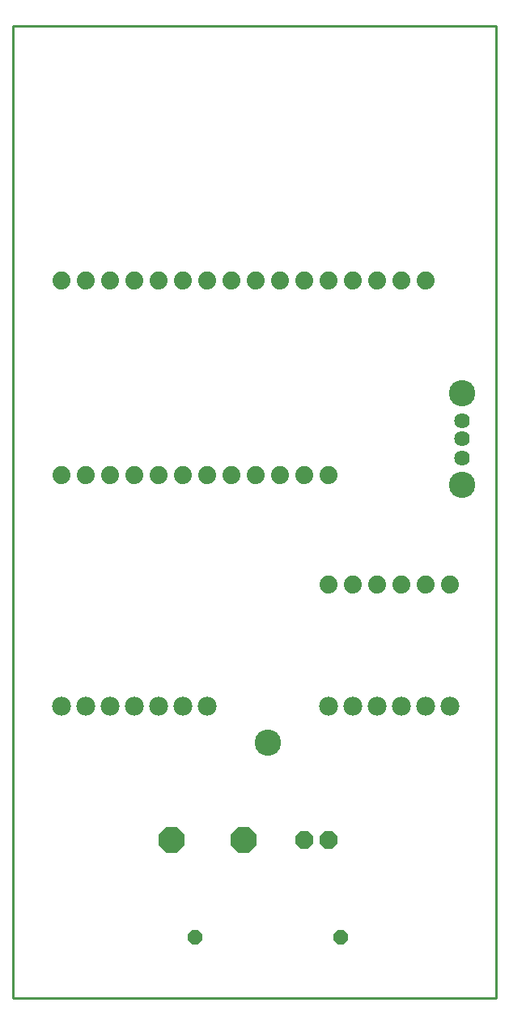
<source format=gbr>
G04 EAGLE Gerber RS-274X export*
G75*
%MOMM*%
%FSLAX34Y34*%
%LPD*%
%INSoldermask Bottom*%
%IPPOS*%
%AMOC8*
5,1,8,0,0,1.08239X$1,22.5*%
G01*
%ADD10C,1.879600*%
%ADD11C,1.981200*%
%ADD12P,2.034460X8X22.500000*%
%ADD13P,1.649562X8X22.500000*%
%ADD14C,1.625600*%
%ADD15C,2.743200*%
%ADD16P,2.969212X8X22.500000*%
%ADD17C,0.254000*%


D10*
X546100Y457200D03*
X571500Y457200D03*
X596900Y457200D03*
X622300Y457200D03*
X647700Y457200D03*
X673100Y457200D03*
D11*
X546100Y330200D03*
X571500Y330200D03*
X596900Y330200D03*
X622300Y330200D03*
X647700Y330200D03*
X673100Y330200D03*
X266700Y330200D03*
X292100Y330200D03*
X317500Y330200D03*
X342900Y330200D03*
X368300Y330200D03*
X393700Y330200D03*
X419100Y330200D03*
D12*
X520700Y190500D03*
X546100Y190500D03*
D13*
X406400Y88900D03*
X558800Y88900D03*
D14*
X685800Y609600D03*
D15*
X685800Y657600D03*
X685800Y561600D03*
D14*
X685800Y589600D03*
X685800Y628600D03*
D16*
X381508Y190500D03*
X456692Y190500D03*
D10*
X647700Y774700D03*
X622300Y774700D03*
X596900Y774700D03*
X571500Y774700D03*
X546100Y774700D03*
X520700Y774700D03*
X495300Y774700D03*
X469900Y774700D03*
X444500Y774700D03*
X419100Y774700D03*
X393700Y774700D03*
X368300Y774700D03*
X342900Y774700D03*
X317500Y774700D03*
X292100Y774700D03*
X266700Y774700D03*
X546100Y571500D03*
X520700Y571500D03*
X495300Y571500D03*
X469900Y571500D03*
X444500Y571500D03*
X419100Y571500D03*
X393700Y571500D03*
X368300Y571500D03*
X342900Y571500D03*
X317500Y571500D03*
X292100Y571500D03*
X266700Y571500D03*
D15*
X482600Y292100D03*
D17*
X215900Y25400D02*
X720600Y25400D01*
X720600Y1041300D01*
X215900Y1041300D01*
X215900Y25400D01*
M02*

</source>
